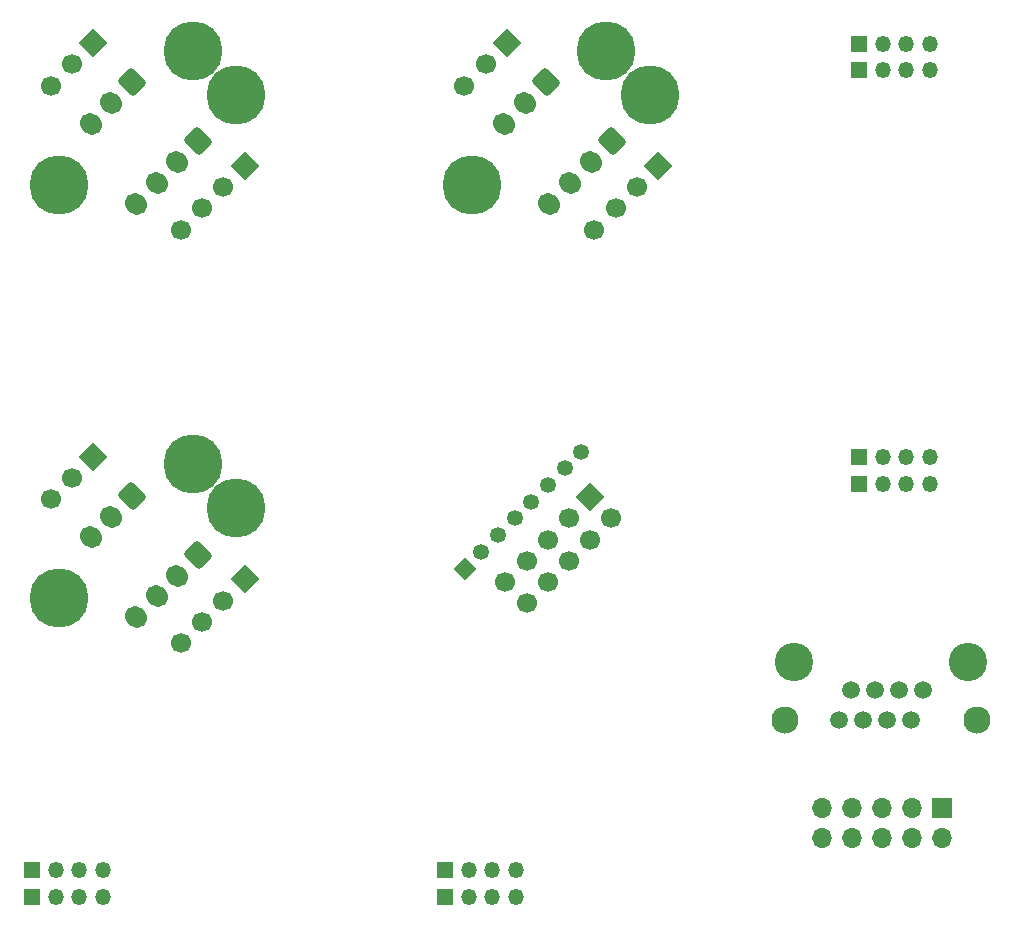
<source format=gbr>
%TF.GenerationSoftware,KiCad,Pcbnew,9.0.0*%
%TF.CreationDate,2025-06-25T09:26:05+09:00*%
%TF.ProjectId,pcb_connectors,7063625f-636f-46e6-9e65-63746f72732e,rev?*%
%TF.SameCoordinates,Original*%
%TF.FileFunction,Soldermask,Bot*%
%TF.FilePolarity,Negative*%
%FSLAX46Y46*%
G04 Gerber Fmt 4.6, Leading zero omitted, Abs format (unit mm)*
G04 Created by KiCad (PCBNEW 9.0.0) date 2025-06-25 09:26:05*
%MOMM*%
%LPD*%
G01*
G04 APERTURE LIST*
G04 Aperture macros list*
%AMRoundRect*
0 Rectangle with rounded corners*
0 $1 Rounding radius*
0 $2 $3 $4 $5 $6 $7 $8 $9 X,Y pos of 4 corners*
0 Add a 4 corners polygon primitive as box body*
4,1,4,$2,$3,$4,$5,$6,$7,$8,$9,$2,$3,0*
0 Add four circle primitives for the rounded corners*
1,1,$1+$1,$2,$3*
1,1,$1+$1,$4,$5*
1,1,$1+$1,$6,$7*
1,1,$1+$1,$8,$9*
0 Add four rect primitives between the rounded corners*
20,1,$1+$1,$2,$3,$4,$5,0*
20,1,$1+$1,$4,$5,$6,$7,0*
20,1,$1+$1,$6,$7,$8,$9,0*
20,1,$1+$1,$8,$9,$2,$3,0*%
%AMHorizOval*
0 Thick line with rounded ends*
0 $1 width*
0 $2 $3 position (X,Y) of the first rounded end (center of the circle)*
0 $4 $5 position (X,Y) of the second rounded end (center of the circle)*
0 Add line between two ends*
20,1,$1,$2,$3,$4,$5,0*
0 Add two circle primitives to create the rounded ends*
1,1,$1,$2,$3*
1,1,$1,$4,$5*%
%AMRotRect*
0 Rectangle, with rotation*
0 The origin of the aperture is its center*
0 $1 length*
0 $2 width*
0 $3 Rotation angle, in degrees counterclockwise*
0 Add horizontal line*
21,1,$1,$2,0,0,$3*%
G04 Aperture macros list end*
%ADD10C,5.000000*%
%ADD11RotRect,1.700000X1.700000X315.000000*%
%ADD12HorizOval,1.700000X0.000000X0.000000X0.000000X0.000000X0*%
%ADD13R,1.350000X1.350000*%
%ADD14O,1.350000X1.350000*%
%ADD15RotRect,1.350000X1.350000X135.000000*%
%ADD16HorizOval,1.350000X0.000000X0.000000X0.000000X0.000000X0*%
%ADD17RoundRect,0.250000X-0.088388X0.936916X-0.936916X0.088388X0.088388X-0.936916X0.936916X-0.088388X0*%
%ADD18HorizOval,1.700000X-0.088388X0.088388X0.088388X-0.088388X0*%
%ADD19RotRect,1.700000X1.700000X135.000000*%
%ADD20HorizOval,1.700000X0.000000X0.000000X0.000000X0.000000X0*%
%ADD21R,1.700000X1.700000*%
%ADD22O,1.700000X1.700000*%
%ADD23C,3.250000*%
%ADD24C,1.500000*%
%ADD25C,2.300000*%
G04 APERTURE END LIST*
D10*
%TO.C,BLDC6*%
X105385720Y-40597670D03*
%TD*%
%TO.C,BLDC5*%
X101673409Y-36885360D03*
%TD*%
D11*
%TO.C,RGBLED6*%
X141075615Y-46625290D03*
D12*
X139279564Y-48421341D03*
X137483513Y-50217392D03*
X135687461Y-52013444D03*
%TD*%
D13*
%TO.C,J2*%
X88084322Y-106259961D03*
D14*
X90084322Y-106259961D03*
X92084322Y-106259961D03*
X94084322Y-106259961D03*
%TD*%
D13*
%TO.C,J2*%
X158084341Y-36260000D03*
D14*
X160084341Y-36260000D03*
X162084341Y-36260000D03*
X164084341Y-36260000D03*
%TD*%
D11*
%TO.C,SERVO6*%
X128271866Y-36223192D03*
D12*
X126475815Y-38019243D03*
X124679764Y-39815294D03*
%TD*%
D11*
%TO.C,SERVO8*%
X93271866Y-71223192D03*
D12*
X91475815Y-73019243D03*
X89679764Y-74815294D03*
%TD*%
D13*
%TO.C,J2*%
X123050000Y-106260000D03*
D14*
X125050000Y-106260000D03*
X127050000Y-106260000D03*
X129050000Y-106260000D03*
%TD*%
D10*
%TO.C,BLDC4*%
X90359701Y-48199068D03*
%TD*%
%TO.C,BLDC10*%
X90359701Y-83199068D03*
%TD*%
%TO.C,BLDC12*%
X105385720Y-75597670D03*
%TD*%
%TO.C,BLDC9*%
X140385720Y-40597670D03*
%TD*%
D11*
%TO.C,SERVO4*%
X93271866Y-36223192D03*
D12*
X91475815Y-38019243D03*
X89679764Y-39815294D03*
%TD*%
D11*
%TO.C,RGBLED8*%
X106075615Y-81625290D03*
D12*
X104279564Y-83421341D03*
X102483513Y-85217392D03*
X100687461Y-87013444D03*
%TD*%
D10*
%TO.C,BLDC8*%
X136673409Y-36885360D03*
%TD*%
%TO.C,BLDC11*%
X101673409Y-71885360D03*
%TD*%
D15*
%TO.C,J1*%
X124695491Y-80710480D03*
D16*
X126109705Y-79296266D03*
X127523918Y-77882053D03*
X128938132Y-76467839D03*
X130352345Y-75053626D03*
X131766559Y-73639412D03*
X133180772Y-72225199D03*
X134594986Y-70810985D03*
%TD*%
D10*
%TO.C,BLDC7*%
X125359701Y-48199068D03*
%TD*%
D11*
%TO.C,RGBLED4*%
X106075615Y-46625290D03*
D12*
X104279564Y-48421341D03*
X102483513Y-50217392D03*
X100687461Y-52013444D03*
%TD*%
D17*
%TO.C,RGBLED3*%
X102158243Y-44532254D03*
D18*
X100390476Y-46300021D03*
X98622709Y-48067788D03*
X96854942Y-49835555D03*
%TD*%
D13*
%TO.C,J1*%
X158084341Y-38510000D03*
D14*
X160084341Y-38510000D03*
X162084341Y-38510000D03*
X164084341Y-38510000D03*
%TD*%
D17*
%TO.C,SERVO3*%
X96564653Y-39537010D03*
D18*
X94796886Y-41304777D03*
X93029119Y-43072544D03*
%TD*%
D17*
%TO.C,RGBLED7*%
X102158243Y-79532254D03*
D18*
X100390476Y-81300021D03*
X98622709Y-83067788D03*
X96854942Y-84835555D03*
%TD*%
D17*
%TO.C,SERVO5*%
X131564653Y-39537010D03*
D18*
X129796886Y-41304777D03*
X128029119Y-43072544D03*
%TD*%
D17*
%TO.C,RGBLED5*%
X137158243Y-44532254D03*
D18*
X135390476Y-46300021D03*
X133622709Y-48067788D03*
X131854942Y-49835555D03*
%TD*%
D19*
%TO.C,J2*%
X135330377Y-74671788D03*
D20*
X137126428Y-76467839D03*
X133534326Y-76467839D03*
X135330377Y-78263890D03*
X131738275Y-78263890D03*
X133534326Y-80059942D03*
X129942223Y-80059942D03*
X131738275Y-81855993D03*
X128146172Y-81855993D03*
X129942223Y-83652044D03*
%TD*%
D13*
%TO.C,J1*%
X123050000Y-108510000D03*
D14*
X125050000Y-108510000D03*
X127050000Y-108510000D03*
X129050000Y-108510000D03*
%TD*%
D13*
%TO.C,J1*%
X88084322Y-108509961D03*
D14*
X90084322Y-108509961D03*
X92084322Y-108509961D03*
X94084322Y-108509961D03*
%TD*%
D17*
%TO.C,SERVO7*%
X96564653Y-74537010D03*
D18*
X94796886Y-76304777D03*
X93029119Y-78072544D03*
%TD*%
D13*
%TO.C,J2*%
X158084325Y-71259950D03*
D14*
X160084325Y-71259950D03*
X162084325Y-71259950D03*
X164084325Y-71259950D03*
%TD*%
D13*
%TO.C,J1*%
X158084325Y-73509950D03*
D14*
X160084325Y-73509950D03*
X162084325Y-73509950D03*
X164084325Y-73509950D03*
%TD*%
D21*
%TO.C,J2*%
X165114325Y-101019950D03*
D22*
X165114325Y-103559950D03*
X162574325Y-101019950D03*
X162574325Y-103559950D03*
X160034325Y-101019950D03*
X160034325Y-103559950D03*
X157494325Y-101019950D03*
X157494325Y-103559950D03*
X154954325Y-101019950D03*
X154954325Y-103559950D03*
%TD*%
D23*
%TO.C,J1*%
X167354325Y-88659950D03*
X152554325Y-88659950D03*
D24*
X156384325Y-93499950D03*
X157404325Y-90959950D03*
X158424325Y-93499950D03*
X159444325Y-90959950D03*
X160464325Y-93499950D03*
X161484325Y-90959950D03*
X162504325Y-93499950D03*
X163524325Y-90959950D03*
D25*
X168074325Y-93499950D03*
X151834325Y-93499950D03*
%TD*%
M02*

</source>
